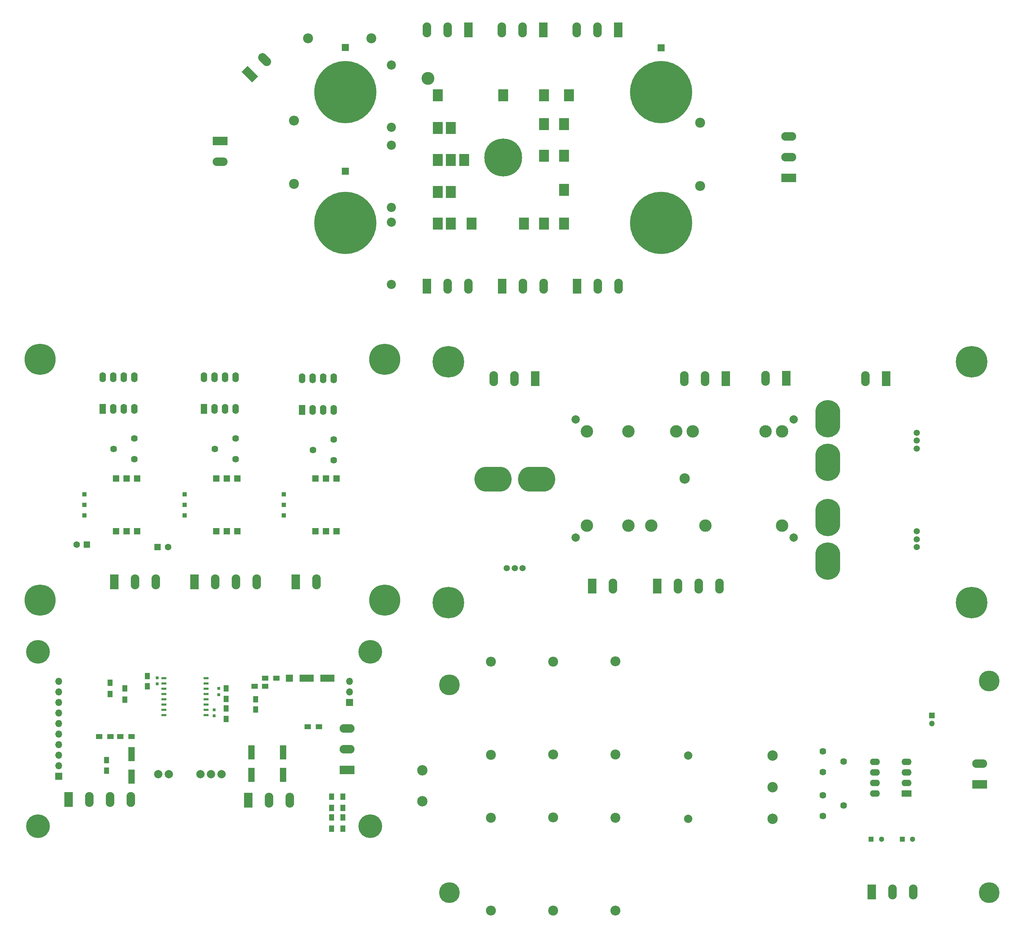
<source format=gts>
G04 #@! TF.FileFunction,Soldermask,Top*
%FSLAX46Y46*%
G04 Gerber Fmt 4.6, Leading zero omitted, Abs format (unit mm)*
G04 Created by KiCad (PCBNEW 4.0.6) date 2017 August 14, Monday 14:56:33*
%MOMM*%
%LPD*%
G01*
G04 APERTURE LIST*
%ADD10C,0.100000*%
%ADD11R,2.100000X3.600000*%
%ADD12O,2.100000X3.600000*%
%ADD13R,1.600000X2.400000*%
%ADD14O,1.600000X2.400000*%
%ADD15R,1.600000X1.600000*%
%ADD16C,1.600000*%
%ADD17C,1.620000*%
%ADD18R,1.100000X1.100000*%
%ADD19R,1.500000X1.500000*%
%ADD20C,7.500000*%
%ADD21C,7.600000*%
%ADD22C,2.500000*%
%ADD23C,2.000000*%
%ADD24C,3.000000*%
%ADD25C,1.500000*%
%ADD26O,6.000000X9.000000*%
%ADD27O,9.000000X6.000000*%
%ADD28R,1.700000X1.700000*%
%ADD29O,1.700000X1.700000*%
%ADD30R,3.600000X2.100000*%
%ADD31O,3.600000X2.100000*%
%ADD32R,1.250000X1.500000*%
%ADD33R,1.500000X1.250000*%
%ADD34R,1.500000X1.300000*%
%ADD35R,3.500000X1.800000*%
%ADD36R,1.300000X1.500000*%
%ADD37R,1.143000X0.508000*%
%ADD38R,1.600000X3.500000*%
%ADD39C,5.700000*%
%ADD40R,0.750000X0.800000*%
%ADD41R,2.400000X1.600000*%
%ADD42O,2.400000X1.600000*%
%ADD43R,1.350000X1.350000*%
%ADD44O,1.350000X1.350000*%
%ADD45C,2.400000*%
%ADD46O,2.400000X2.400000*%
%ADD47R,1.300000X1.300000*%
%ADD48C,1.300000*%
%ADD49C,5.000000*%
%ADD50C,9.100000*%
%ADD51R,2.400000X3.000000*%
%ADD52C,3.100000*%
%ADD53C,2.200000*%
%ADD54C,15.000000*%
%ADD55C,2.100000*%
G04 APERTURE END LIST*
D10*
D11*
X38354000Y-74168000D03*
D12*
X43354000Y-74168000D03*
X48354000Y-74168000D03*
D11*
X57658000Y-74168000D03*
D12*
X62658000Y-74168000D03*
X67658000Y-74168000D03*
X72658000Y-74168000D03*
D11*
X82042000Y-74168000D03*
D12*
X87042000Y-74168000D03*
D13*
X59944000Y-32512000D03*
D14*
X67564000Y-24892000D03*
X62484000Y-32512000D03*
X65024000Y-24892000D03*
X65024000Y-32512000D03*
X62484000Y-24892000D03*
X67564000Y-32512000D03*
X59944000Y-24892000D03*
D13*
X83566000Y-32766000D03*
D14*
X91186000Y-25146000D03*
X86106000Y-32766000D03*
X88646000Y-25146000D03*
X88646000Y-32766000D03*
X86106000Y-25146000D03*
X91186000Y-32766000D03*
X83566000Y-25146000D03*
D13*
X35560000Y-32512000D03*
D14*
X43180000Y-24892000D03*
X38100000Y-32512000D03*
X40640000Y-24892000D03*
X40640000Y-32512000D03*
X38100000Y-24892000D03*
X43180000Y-32512000D03*
X35560000Y-24892000D03*
D15*
X31750000Y-65151000D03*
D16*
X29250000Y-65151000D03*
D15*
X48768000Y-65786000D03*
D16*
X51268000Y-65786000D03*
D17*
X43180000Y-44624000D03*
X38180000Y-42124000D03*
X43180000Y-39624000D03*
X67564000Y-44624000D03*
X62564000Y-42124000D03*
X67564000Y-39624000D03*
X91186000Y-44878000D03*
X86186000Y-42378000D03*
X91186000Y-39878000D03*
D18*
X55308000Y-58166000D03*
X55308000Y-53086000D03*
X55308000Y-55626000D03*
D19*
X68008000Y-61976000D03*
X65468000Y-61976000D03*
X62928000Y-61976000D03*
X68008000Y-49276000D03*
X65468000Y-49276000D03*
X62928000Y-49276000D03*
D18*
X79184000Y-58166000D03*
X79184000Y-53086000D03*
X79184000Y-55626000D03*
D19*
X91884000Y-61976000D03*
X89344000Y-61976000D03*
X86804000Y-61976000D03*
X91884000Y-49276000D03*
X89344000Y-49276000D03*
X86804000Y-49276000D03*
D18*
X31178000Y-58166000D03*
X31178000Y-53086000D03*
X31178000Y-55626000D03*
D19*
X43878000Y-61976000D03*
X41338000Y-61976000D03*
X38798000Y-61976000D03*
X43878000Y-49276000D03*
X41338000Y-49276000D03*
X38798000Y-49276000D03*
D20*
X20440000Y-20594000D03*
X103440000Y-20594000D03*
X20440000Y-78594000D03*
X103440000Y-78594000D03*
D21*
X118781000Y-21196000D03*
X118781000Y-79196000D03*
X244781000Y-79196000D03*
D22*
X175641000Y-49276000D03*
D23*
X201891000Y-63526000D03*
X149391000Y-35026000D03*
X201891000Y-35026000D03*
D24*
X199141000Y-37901000D03*
X195141000Y-37901000D03*
X177641000Y-37901000D03*
X173641000Y-37901000D03*
X162141000Y-37901000D03*
X199141000Y-60651000D03*
X180641000Y-60651000D03*
X167641000Y-60651000D03*
X162141000Y-60651000D03*
X152141000Y-60651000D03*
X152141000Y-37901000D03*
D23*
X149391000Y-63526000D03*
D11*
X139700000Y-25196000D03*
D12*
X134700000Y-25196000D03*
X129700000Y-25196000D03*
D11*
X185547000Y-25196000D03*
D12*
X180547000Y-25196000D03*
X175547000Y-25196000D03*
D11*
X224155000Y-25196000D03*
D12*
X219155000Y-25196000D03*
D11*
X153416000Y-75196000D03*
D12*
X158416000Y-75196000D03*
D11*
X200152000Y-25146000D03*
D12*
X195152000Y-25146000D03*
D11*
X169037000Y-75196000D03*
D12*
X174037000Y-75196000D03*
X179037000Y-75196000D03*
X184037000Y-75196000D03*
D25*
X231521000Y-61971000D03*
X231521000Y-65791000D03*
D26*
X210121000Y-58631000D03*
X210121000Y-69131000D03*
D25*
X231521000Y-63881000D03*
X231521000Y-38222000D03*
X231521000Y-42042000D03*
D26*
X210121000Y-34882000D03*
X210121000Y-45382000D03*
D25*
X231521000Y-40132000D03*
X136657000Y-70866000D03*
X132837000Y-70866000D03*
D27*
X139997000Y-49466000D03*
X129497000Y-49466000D03*
D25*
X134747000Y-70866000D03*
D21*
X244781000Y-21196000D03*
D28*
X95000000Y-103200000D03*
D29*
X95000000Y-100660000D03*
X95000000Y-98120000D03*
D30*
X94400000Y-119500000D03*
D31*
X94400000Y-114500000D03*
X94400000Y-109500000D03*
D32*
X46300000Y-99350000D03*
X46300000Y-96850000D03*
D33*
X74650000Y-99300000D03*
X72150000Y-99300000D03*
D32*
X72400000Y-102432000D03*
X72400000Y-104932000D03*
X65224500Y-99828500D03*
X65224500Y-102328500D03*
X65224500Y-104654500D03*
X65224500Y-107154500D03*
D34*
X42444500Y-111429000D03*
X39744500Y-111429000D03*
D35*
X89632000Y-97332000D03*
X84632000Y-97332000D03*
D28*
X25000000Y-121000000D03*
D29*
X25000000Y-118460000D03*
X25000000Y-115920000D03*
X25000000Y-113380000D03*
X25000000Y-110840000D03*
X25000000Y-108300000D03*
X25000000Y-105760000D03*
X25000000Y-103220000D03*
X25000000Y-100680000D03*
X25000000Y-98140000D03*
D11*
X27315000Y-126605500D03*
D12*
X32315000Y-126605500D03*
X37315000Y-126605500D03*
X42315000Y-126605500D03*
D11*
X70622000Y-126732500D03*
D12*
X75622000Y-126732500D03*
X80622000Y-126732500D03*
D36*
X37284500Y-98458500D03*
X37284500Y-101158500D03*
D34*
X34728000Y-111429000D03*
X37428000Y-111429000D03*
D36*
X40904000Y-99792000D03*
X40904000Y-102492000D03*
D34*
X77350000Y-97400000D03*
X74650000Y-97400000D03*
X84893000Y-109016000D03*
X87593000Y-109016000D03*
D36*
X90650000Y-125900000D03*
X90650000Y-128600000D03*
X93400000Y-128600000D03*
X93400000Y-125900000D03*
D28*
X80500000Y-97400000D03*
D37*
X50302000Y-97332000D03*
X50302000Y-98602000D03*
X50302000Y-99872000D03*
X50302000Y-101142000D03*
X50302000Y-102412000D03*
X50302000Y-103682000D03*
X50302000Y-104952000D03*
X50302000Y-106222000D03*
X60462000Y-106222000D03*
X60462000Y-104952000D03*
X60462000Y-103682000D03*
X60462000Y-102412000D03*
X60462000Y-101142000D03*
X60462000Y-99872000D03*
X60462000Y-98602000D03*
X60462000Y-97332000D03*
D38*
X42491500Y-121050500D03*
X42491500Y-115650500D03*
D32*
X36459000Y-119600500D03*
X36459000Y-117100500D03*
D38*
X71320500Y-115206000D03*
X71320500Y-120606000D03*
X79004000Y-120606000D03*
X79004000Y-115206000D03*
D36*
X90650000Y-133600000D03*
X90650000Y-130900000D03*
X93400000Y-133600000D03*
X93400000Y-130900000D03*
D39*
X20000000Y-91000000D03*
X20000000Y-133000000D03*
X100000000Y-91000000D03*
X100000000Y-133000000D03*
D40*
X48700000Y-98750000D03*
X48700000Y-97250000D03*
X63500000Y-99850000D03*
X63500000Y-101350000D03*
X62400000Y-104950000D03*
X62400000Y-106450000D03*
D23*
X48880000Y-120500000D03*
X51420000Y-120500000D03*
X59040000Y-120500000D03*
X61580000Y-120500000D03*
X64120000Y-120500000D03*
D11*
X220676000Y-148831600D03*
D12*
X225676000Y-148831600D03*
X230676000Y-148831600D03*
D41*
X229058000Y-125108000D03*
D42*
X221438000Y-117488000D03*
X229058000Y-122568000D03*
X221438000Y-120028000D03*
X229058000Y-120028000D03*
X221438000Y-122568000D03*
X229058000Y-117488000D03*
X221438000Y-125108000D03*
D43*
X235154000Y-106312000D03*
D44*
X235154000Y-108312000D03*
D30*
X246685600Y-122923600D03*
D31*
X246685600Y-117923600D03*
D45*
X128982000Y-130950000D03*
D46*
X128982000Y-153350000D03*
D45*
X129000000Y-115786200D03*
D46*
X129000000Y-93386200D03*
D45*
X144000000Y-153302000D03*
D46*
X144000000Y-130902000D03*
D45*
X144000000Y-93358000D03*
D46*
X144000000Y-115758000D03*
D45*
X159000000Y-130950000D03*
D46*
X159000000Y-153350000D03*
D45*
X159000000Y-115710000D03*
D46*
X159000000Y-93310000D03*
D22*
X112472000Y-127020000D03*
X112472000Y-119520000D03*
D47*
X220549000Y-136157000D03*
D48*
X223049000Y-136157000D03*
D47*
X228042000Y-136157000D03*
D48*
X230542000Y-136157000D03*
D49*
X249000000Y-98000000D03*
X249000000Y-149000000D03*
X119000000Y-149000000D03*
X119000000Y-99000000D03*
D23*
X176480000Y-131204000D03*
X176480000Y-115964000D03*
D22*
X196800000Y-131204000D03*
X196800000Y-123584000D03*
X196800000Y-115964000D03*
D17*
X208966600Y-114951800D03*
X213966600Y-117451800D03*
X208966600Y-119951800D03*
X208966600Y-125518200D03*
X213966600Y-128018200D03*
X208966600Y-130518200D03*
D50*
X132000000Y28000000D03*
D51*
X116200000Y43030000D03*
X116200000Y19770000D03*
X116200000Y35180000D03*
X119380000Y19770000D03*
X119380000Y35180000D03*
X116200000Y27480000D03*
X119380000Y27480000D03*
X122550000Y27480000D03*
X116200000Y12080000D03*
X119380000Y12080000D03*
X124380000Y12080000D03*
X132000000Y43030000D03*
X137000000Y12080000D03*
X141800000Y12080000D03*
X146600000Y12080000D03*
X146600000Y20280000D03*
X141800000Y36070000D03*
X141800000Y43030000D03*
X141800000Y28480000D03*
X146600000Y28480000D03*
X146600000Y36070000D03*
X147800000Y43030000D03*
D52*
X113900000Y47100000D03*
D28*
X93956800Y54543200D03*
X93956800Y24698200D03*
X170029800Y54416200D03*
D53*
X105082000Y-2556000D03*
X105082000Y12444000D03*
X105082000Y15986000D03*
X105082000Y30986000D03*
X105082000Y35290000D03*
X105082000Y50290000D03*
D45*
X179377000Y36433000D03*
D46*
X179377000Y21193000D03*
D45*
X81587000Y21701000D03*
D46*
X81587000Y36941000D03*
D45*
X100256000Y56753000D03*
D46*
X85016000Y56753000D03*
D54*
X170000000Y12250000D03*
X170000000Y43750000D03*
X94000000Y43750000D03*
X94000000Y12250000D03*
D11*
X123624000Y58785000D03*
D12*
X118624000Y58785000D03*
X113624000Y58785000D03*
D11*
X113565600Y-2937000D03*
D12*
X118565600Y-2937000D03*
X123565600Y-2937000D03*
D11*
X141658000Y58785000D03*
D12*
X136658000Y58785000D03*
X131658000Y58785000D03*
D11*
X131701200Y-2937000D03*
D12*
X136701200Y-2937000D03*
X141701200Y-2937000D03*
D11*
X159692000Y58785000D03*
D12*
X154692000Y58785000D03*
X149692000Y58785000D03*
D11*
X149786000Y-2937000D03*
D12*
X154786000Y-2937000D03*
X159786000Y-2937000D03*
D30*
X200713000Y23098000D03*
D31*
X200713000Y28098000D03*
X200713000Y33098000D03*
D30*
X63807000Y31988000D03*
D31*
X63807000Y26988000D03*
D10*
G36*
X71500130Y46101746D02*
X68954546Y48647330D01*
X70439470Y50132254D01*
X72985054Y47586670D01*
X71500130Y46101746D01*
X71500130Y46101746D01*
G37*
D55*
X73975004Y52182864D02*
X75035664Y51122204D01*
M02*

</source>
